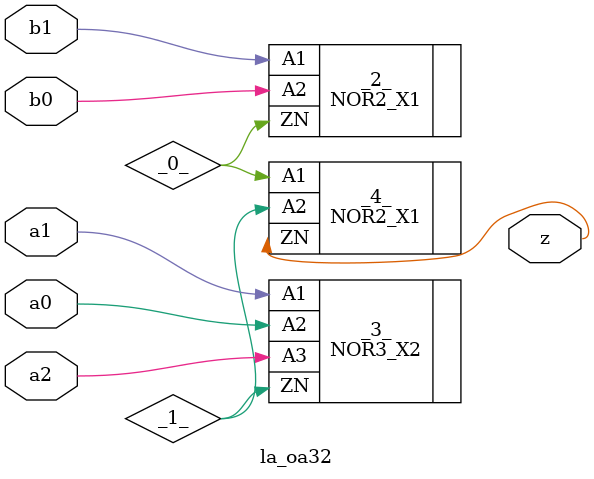
<source format=v>

/* Generated by Yosys 0.44 (git sha1 80ba43d26, g++ 11.4.0-1ubuntu1~22.04 -fPIC -O3) */

(* top =  1  *)
(* src = "inputs/la_oa32.v:10.1-23.10" *)
module la_oa32 (
    a0,
    a1,
    a2,
    b0,
    b1,
    z
);
  wire _0_;
  wire _1_;
  (* src = "inputs/la_oa32.v:13.12-13.14" *)
  input a0;
  wire a0;
  (* src = "inputs/la_oa32.v:14.12-14.14" *)
  input a1;
  wire a1;
  (* src = "inputs/la_oa32.v:15.12-15.14" *)
  input a2;
  wire a2;
  (* src = "inputs/la_oa32.v:16.12-16.14" *)
  input b0;
  wire b0;
  (* src = "inputs/la_oa32.v:17.12-17.14" *)
  input b1;
  wire b1;
  (* src = "inputs/la_oa32.v:18.12-18.13" *)
  output z;
  wire z;
  NOR2_X1 _2_ (
      .A1(b1),
      .A2(b0),
      .ZN(_0_)
  );
  NOR3_X2 _3_ (
      .A1(a1),
      .A2(a0),
      .A3(a2),
      .ZN(_1_)
  );
  NOR2_X1 _4_ (
      .A1(_0_),
      .A2(_1_),
      .ZN(z)
  );
endmodule

</source>
